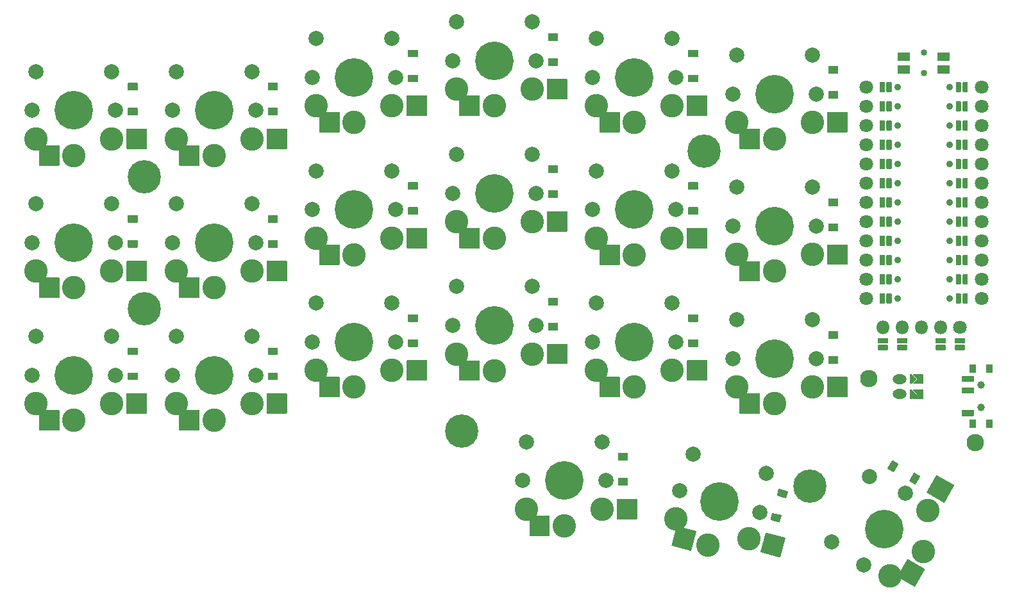
<source format=gts>
G04 #@! TF.GenerationSoftware,KiCad,Pcbnew,8.0.8+1*
G04 #@! TF.CreationDate,2025-07-09T04:58:13+00:00*
G04 #@! TF.ProjectId,corney_island_wireless,636f726e-6579-45f6-9973-6c616e645f77,0.2*
G04 #@! TF.SameCoordinates,Original*
G04 #@! TF.FileFunction,Soldermask,Top*
G04 #@! TF.FilePolarity,Negative*
%FSLAX46Y46*%
G04 Gerber Fmt 4.6, Leading zero omitted, Abs format (unit mm)*
G04 Created by KiCad (PCBNEW 8.0.8+1) date 2025-07-09 04:58:13*
%MOMM*%
%LPD*%
G01*
G04 APERTURE LIST*
%ADD10C,2.300000*%
%ADD11C,4.400000*%
%ADD12C,5.100000*%
%ADD13C,2.000000*%
%ADD14C,3.100000*%
%ADD15C,1.800000*%
%ADD16C,0.900000*%
%ADD17O,1.800000X1.800000*%
%ADD18C,1.000000*%
%ADD19C,0.850000*%
%ADD20O,1.850000X1.300000*%
G04 APERTURE END LIST*
D10*
X204927000Y-100438500D03*
X218969000Y-108882500D03*
D11*
X109250000Y-73750000D03*
X109250000Y-91250000D03*
X183218000Y-70423500D03*
X151157000Y-107365000D03*
X197157608Y-114631748D03*
D12*
X100000000Y-100000000D03*
D13*
X94500000Y-100000000D03*
X105500000Y-100000000D03*
X105000000Y-94850000D03*
D14*
X100000000Y-105950000D03*
X95000000Y-103750000D03*
D12*
X100000000Y-82500000D03*
D13*
X94500000Y-82500000D03*
X105500000Y-82500000D03*
X105000000Y-77350000D03*
D14*
X100000000Y-88450000D03*
X95000000Y-86250000D03*
D12*
X100000000Y-65000000D03*
D13*
X94500000Y-65000000D03*
X105500000Y-65000000D03*
X105000000Y-59850000D03*
D14*
X100000000Y-70950000D03*
X95000000Y-68750000D03*
D12*
X118500000Y-100000000D03*
D13*
X113000000Y-100000000D03*
X124000000Y-100000000D03*
X123500000Y-94850000D03*
D14*
X118500000Y-105950000D03*
X113500000Y-103750000D03*
D12*
X118500000Y-82500000D03*
D13*
X113000000Y-82500000D03*
X124000000Y-82500000D03*
X123500000Y-77350000D03*
D14*
X118500000Y-88450000D03*
X113500000Y-86250000D03*
D12*
X118500000Y-65000000D03*
D13*
X113000000Y-65000000D03*
X124000000Y-65000000D03*
X123500000Y-59850000D03*
D14*
X118500000Y-70950000D03*
X113500000Y-68750000D03*
D12*
X137000000Y-95625000D03*
D13*
X131500000Y-95625000D03*
X142500000Y-95625000D03*
X142000000Y-90475000D03*
D14*
X137000000Y-101575000D03*
X132000000Y-99375000D03*
D12*
X137000000Y-78125000D03*
D13*
X131500000Y-78125000D03*
X142500000Y-78125000D03*
X142000000Y-72975000D03*
D14*
X137000000Y-84075000D03*
X132000000Y-81875000D03*
D12*
X137000000Y-60625000D03*
D13*
X131500000Y-60625000D03*
X142500000Y-60625000D03*
X142000000Y-55475000D03*
D14*
X137000000Y-66575000D03*
X132000000Y-64375000D03*
D12*
X155500000Y-93437500D03*
D13*
X150000000Y-93437500D03*
X161000000Y-93437500D03*
X160500000Y-88287500D03*
D14*
X155500000Y-99387500D03*
X150500000Y-97187500D03*
D12*
X155500000Y-75937500D03*
D13*
X150000000Y-75937500D03*
X161000000Y-75937500D03*
X160500000Y-70787500D03*
D14*
X155500000Y-81887500D03*
X150500000Y-79687500D03*
D12*
X155500000Y-58437500D03*
D13*
X150000000Y-58437500D03*
X161000000Y-58437500D03*
X160500000Y-53287500D03*
D14*
X155500000Y-64387500D03*
X150500000Y-62187500D03*
D12*
X174000000Y-95625000D03*
D13*
X168500000Y-95625000D03*
X179500000Y-95625000D03*
X179000000Y-90475000D03*
D14*
X174000000Y-101575000D03*
X169000000Y-99375000D03*
D12*
X174000000Y-78125000D03*
D13*
X168500000Y-78125000D03*
X179500000Y-78125000D03*
X179000000Y-72975000D03*
D14*
X174000000Y-84075000D03*
X169000000Y-81875000D03*
D12*
X174000000Y-60625000D03*
D13*
X168500000Y-60625000D03*
X179500000Y-60625000D03*
X179000000Y-55475000D03*
D14*
X174000000Y-66575000D03*
X169000000Y-64375000D03*
D12*
X192500000Y-97812500D03*
D13*
X187000000Y-97812500D03*
X198000000Y-97812500D03*
X197500000Y-92662500D03*
D14*
X192500000Y-103762500D03*
X187500000Y-101562500D03*
D12*
X192500000Y-80312500D03*
D13*
X187000000Y-80312500D03*
X198000000Y-80312500D03*
X197500000Y-75162500D03*
D14*
X192500000Y-86262500D03*
X187500000Y-84062500D03*
D12*
X192500000Y-62812500D03*
D13*
X187000000Y-62812500D03*
X198000000Y-62812500D03*
X197500000Y-57662500D03*
D14*
X192500000Y-68762500D03*
X187500000Y-66562500D03*
D12*
X164750000Y-113937500D03*
D13*
X159250000Y-113937500D03*
X170250000Y-113937500D03*
X169750000Y-108787500D03*
D14*
X164750000Y-119887500D03*
X159750000Y-117687500D03*
D12*
X185250000Y-116687500D03*
D13*
X179937408Y-115263995D03*
X190562592Y-118111005D03*
X191412547Y-113007077D03*
D14*
X183710027Y-122434759D03*
X179449799Y-119015627D03*
D12*
X207013843Y-120322248D03*
D13*
X204263843Y-125085388D03*
X209763843Y-115559108D03*
X205053812Y-113417121D03*
D14*
X212166694Y-123297248D03*
X207761438Y-126527375D03*
D12*
X100000000Y-100000000D03*
D13*
X94500000Y-100000000D03*
X105500000Y-100000000D03*
X95000000Y-94850000D03*
D14*
X100000000Y-105950000D03*
X105000000Y-103750000D03*
G36*
G01*
X98075000Y-104650000D02*
X98075000Y-107250000D01*
G75*
G02*
X98025000Y-107300000I-50000J0D01*
G01*
X95425000Y-107300000D01*
G75*
G02*
X95375000Y-107250000I0J50000D01*
G01*
X95375000Y-104650000D01*
G75*
G02*
X95425000Y-104600000I50000J0D01*
G01*
X98025000Y-104600000D01*
G75*
G02*
X98075000Y-104650000I0J-50000D01*
G01*
G37*
G36*
G01*
X109625000Y-102450000D02*
X109625000Y-105050000D01*
G75*
G02*
X109575000Y-105100000I-50000J0D01*
G01*
X106975000Y-105100000D01*
G75*
G02*
X106925000Y-105050000I0J50000D01*
G01*
X106925000Y-102450000D01*
G75*
G02*
X106975000Y-102400000I50000J0D01*
G01*
X109575000Y-102400000D01*
G75*
G02*
X109625000Y-102450000I0J-50000D01*
G01*
G37*
D12*
X100000000Y-82500000D03*
D13*
X94500000Y-82500000D03*
X105500000Y-82500000D03*
X95000000Y-77350000D03*
D14*
X100000000Y-88450000D03*
X105000000Y-86250000D03*
G36*
G01*
X98075000Y-87150000D02*
X98075000Y-89750000D01*
G75*
G02*
X98025000Y-89800000I-50000J0D01*
G01*
X95425000Y-89800000D01*
G75*
G02*
X95375000Y-89750000I0J50000D01*
G01*
X95375000Y-87150000D01*
G75*
G02*
X95425000Y-87100000I50000J0D01*
G01*
X98025000Y-87100000D01*
G75*
G02*
X98075000Y-87150000I0J-50000D01*
G01*
G37*
G36*
G01*
X109625000Y-84950000D02*
X109625000Y-87550000D01*
G75*
G02*
X109575000Y-87600000I-50000J0D01*
G01*
X106975000Y-87600000D01*
G75*
G02*
X106925000Y-87550000I0J50000D01*
G01*
X106925000Y-84950000D01*
G75*
G02*
X106975000Y-84900000I50000J0D01*
G01*
X109575000Y-84900000D01*
G75*
G02*
X109625000Y-84950000I0J-50000D01*
G01*
G37*
D12*
X100000000Y-65000000D03*
D13*
X94500000Y-65000000D03*
X105500000Y-65000000D03*
X95000000Y-59850000D03*
D14*
X100000000Y-70950000D03*
X105000000Y-68750000D03*
G36*
G01*
X98075000Y-69650000D02*
X98075000Y-72250000D01*
G75*
G02*
X98025000Y-72300000I-50000J0D01*
G01*
X95425000Y-72300000D01*
G75*
G02*
X95375000Y-72250000I0J50000D01*
G01*
X95375000Y-69650000D01*
G75*
G02*
X95425000Y-69600000I50000J0D01*
G01*
X98025000Y-69600000D01*
G75*
G02*
X98075000Y-69650000I0J-50000D01*
G01*
G37*
G36*
G01*
X109625000Y-67450000D02*
X109625000Y-70050000D01*
G75*
G02*
X109575000Y-70100000I-50000J0D01*
G01*
X106975000Y-70100000D01*
G75*
G02*
X106925000Y-70050000I0J50000D01*
G01*
X106925000Y-67450000D01*
G75*
G02*
X106975000Y-67400000I50000J0D01*
G01*
X109575000Y-67400000D01*
G75*
G02*
X109625000Y-67450000I0J-50000D01*
G01*
G37*
D12*
X118500000Y-100000000D03*
D13*
X113000000Y-100000000D03*
X124000000Y-100000000D03*
X113500000Y-94850000D03*
D14*
X118500000Y-105950000D03*
X123500000Y-103750000D03*
G36*
G01*
X116575000Y-104650000D02*
X116575000Y-107250000D01*
G75*
G02*
X116525000Y-107300000I-50000J0D01*
G01*
X113925000Y-107300000D01*
G75*
G02*
X113875000Y-107250000I0J50000D01*
G01*
X113875000Y-104650000D01*
G75*
G02*
X113925000Y-104600000I50000J0D01*
G01*
X116525000Y-104600000D01*
G75*
G02*
X116575000Y-104650000I0J-50000D01*
G01*
G37*
G36*
G01*
X128125000Y-102450000D02*
X128125000Y-105050000D01*
G75*
G02*
X128075000Y-105100000I-50000J0D01*
G01*
X125475000Y-105100000D01*
G75*
G02*
X125425000Y-105050000I0J50000D01*
G01*
X125425000Y-102450000D01*
G75*
G02*
X125475000Y-102400000I50000J0D01*
G01*
X128075000Y-102400000D01*
G75*
G02*
X128125000Y-102450000I0J-50000D01*
G01*
G37*
D12*
X118500000Y-82500000D03*
D13*
X113000000Y-82500000D03*
X124000000Y-82500000D03*
X113500000Y-77350000D03*
D14*
X118500000Y-88450000D03*
X123500000Y-86250000D03*
G36*
G01*
X116575000Y-87150000D02*
X116575000Y-89750000D01*
G75*
G02*
X116525000Y-89800000I-50000J0D01*
G01*
X113925000Y-89800000D01*
G75*
G02*
X113875000Y-89750000I0J50000D01*
G01*
X113875000Y-87150000D01*
G75*
G02*
X113925000Y-87100000I50000J0D01*
G01*
X116525000Y-87100000D01*
G75*
G02*
X116575000Y-87150000I0J-50000D01*
G01*
G37*
G36*
G01*
X128125000Y-84950000D02*
X128125000Y-87550000D01*
G75*
G02*
X128075000Y-87600000I-50000J0D01*
G01*
X125475000Y-87600000D01*
G75*
G02*
X125425000Y-87550000I0J50000D01*
G01*
X125425000Y-84950000D01*
G75*
G02*
X125475000Y-84900000I50000J0D01*
G01*
X128075000Y-84900000D01*
G75*
G02*
X128125000Y-84950000I0J-50000D01*
G01*
G37*
D12*
X118500000Y-65000000D03*
D13*
X113000000Y-65000000D03*
X124000000Y-65000000D03*
X113500000Y-59850000D03*
D14*
X118500000Y-70950000D03*
X123500000Y-68750000D03*
G36*
G01*
X116575000Y-69650000D02*
X116575000Y-72250000D01*
G75*
G02*
X116525000Y-72300000I-50000J0D01*
G01*
X113925000Y-72300000D01*
G75*
G02*
X113875000Y-72250000I0J50000D01*
G01*
X113875000Y-69650000D01*
G75*
G02*
X113925000Y-69600000I50000J0D01*
G01*
X116525000Y-69600000D01*
G75*
G02*
X116575000Y-69650000I0J-50000D01*
G01*
G37*
G36*
G01*
X128125000Y-67450000D02*
X128125000Y-70050000D01*
G75*
G02*
X128075000Y-70100000I-50000J0D01*
G01*
X125475000Y-70100000D01*
G75*
G02*
X125425000Y-70050000I0J50000D01*
G01*
X125425000Y-67450000D01*
G75*
G02*
X125475000Y-67400000I50000J0D01*
G01*
X128075000Y-67400000D01*
G75*
G02*
X128125000Y-67450000I0J-50000D01*
G01*
G37*
D12*
X137000000Y-95625000D03*
D13*
X131500000Y-95625000D03*
X142500000Y-95625000D03*
X132000000Y-90475000D03*
D14*
X137000000Y-101575000D03*
X142000000Y-99375000D03*
G36*
G01*
X135075000Y-100275000D02*
X135075000Y-102875000D01*
G75*
G02*
X135025000Y-102925000I-50000J0D01*
G01*
X132425000Y-102925000D01*
G75*
G02*
X132375000Y-102875000I0J50000D01*
G01*
X132375000Y-100275000D01*
G75*
G02*
X132425000Y-100225000I50000J0D01*
G01*
X135025000Y-100225000D01*
G75*
G02*
X135075000Y-100275000I0J-50000D01*
G01*
G37*
G36*
G01*
X146625000Y-98075000D02*
X146625000Y-100675000D01*
G75*
G02*
X146575000Y-100725000I-50000J0D01*
G01*
X143975000Y-100725000D01*
G75*
G02*
X143925000Y-100675000I0J50000D01*
G01*
X143925000Y-98075000D01*
G75*
G02*
X143975000Y-98025000I50000J0D01*
G01*
X146575000Y-98025000D01*
G75*
G02*
X146625000Y-98075000I0J-50000D01*
G01*
G37*
D12*
X137000000Y-78125000D03*
D13*
X131500000Y-78125000D03*
X142500000Y-78125000D03*
X132000000Y-72975000D03*
D14*
X137000000Y-84075000D03*
X142000000Y-81875000D03*
G36*
G01*
X135075000Y-82775000D02*
X135075000Y-85375000D01*
G75*
G02*
X135025000Y-85425000I-50000J0D01*
G01*
X132425000Y-85425000D01*
G75*
G02*
X132375000Y-85375000I0J50000D01*
G01*
X132375000Y-82775000D01*
G75*
G02*
X132425000Y-82725000I50000J0D01*
G01*
X135025000Y-82725000D01*
G75*
G02*
X135075000Y-82775000I0J-50000D01*
G01*
G37*
G36*
G01*
X146625000Y-80575000D02*
X146625000Y-83175000D01*
G75*
G02*
X146575000Y-83225000I-50000J0D01*
G01*
X143975000Y-83225000D01*
G75*
G02*
X143925000Y-83175000I0J50000D01*
G01*
X143925000Y-80575000D01*
G75*
G02*
X143975000Y-80525000I50000J0D01*
G01*
X146575000Y-80525000D01*
G75*
G02*
X146625000Y-80575000I0J-50000D01*
G01*
G37*
D12*
X137000000Y-60625000D03*
D13*
X131500000Y-60625000D03*
X142500000Y-60625000D03*
X132000000Y-55475000D03*
D14*
X137000000Y-66575000D03*
X142000000Y-64375000D03*
G36*
G01*
X135075000Y-65275000D02*
X135075000Y-67875000D01*
G75*
G02*
X135025000Y-67925000I-50000J0D01*
G01*
X132425000Y-67925000D01*
G75*
G02*
X132375000Y-67875000I0J50000D01*
G01*
X132375000Y-65275000D01*
G75*
G02*
X132425000Y-65225000I50000J0D01*
G01*
X135025000Y-65225000D01*
G75*
G02*
X135075000Y-65275000I0J-50000D01*
G01*
G37*
G36*
G01*
X146625000Y-63075000D02*
X146625000Y-65675000D01*
G75*
G02*
X146575000Y-65725000I-50000J0D01*
G01*
X143975000Y-65725000D01*
G75*
G02*
X143925000Y-65675000I0J50000D01*
G01*
X143925000Y-63075000D01*
G75*
G02*
X143975000Y-63025000I50000J0D01*
G01*
X146575000Y-63025000D01*
G75*
G02*
X146625000Y-63075000I0J-50000D01*
G01*
G37*
D12*
X155500000Y-93437500D03*
D13*
X150000000Y-93437500D03*
X161000000Y-93437500D03*
X150500000Y-88287500D03*
D14*
X155500000Y-99387500D03*
X160500000Y-97187500D03*
G36*
G01*
X153575000Y-98087500D02*
X153575000Y-100687500D01*
G75*
G02*
X153525000Y-100737500I-50000J0D01*
G01*
X150925000Y-100737500D01*
G75*
G02*
X150875000Y-100687500I0J50000D01*
G01*
X150875000Y-98087500D01*
G75*
G02*
X150925000Y-98037500I50000J0D01*
G01*
X153525000Y-98037500D01*
G75*
G02*
X153575000Y-98087500I0J-50000D01*
G01*
G37*
G36*
G01*
X165125000Y-95887500D02*
X165125000Y-98487500D01*
G75*
G02*
X165075000Y-98537500I-50000J0D01*
G01*
X162475000Y-98537500D01*
G75*
G02*
X162425000Y-98487500I0J50000D01*
G01*
X162425000Y-95887500D01*
G75*
G02*
X162475000Y-95837500I50000J0D01*
G01*
X165075000Y-95837500D01*
G75*
G02*
X165125000Y-95887500I0J-50000D01*
G01*
G37*
D12*
X155500000Y-75937500D03*
D13*
X150000000Y-75937500D03*
X161000000Y-75937500D03*
X150500000Y-70787500D03*
D14*
X155500000Y-81887500D03*
X160500000Y-79687500D03*
G36*
G01*
X153575000Y-80587500D02*
X153575000Y-83187500D01*
G75*
G02*
X153525000Y-83237500I-50000J0D01*
G01*
X150925000Y-83237500D01*
G75*
G02*
X150875000Y-83187500I0J50000D01*
G01*
X150875000Y-80587500D01*
G75*
G02*
X150925000Y-80537500I50000J0D01*
G01*
X153525000Y-80537500D01*
G75*
G02*
X153575000Y-80587500I0J-50000D01*
G01*
G37*
G36*
G01*
X165125000Y-78387500D02*
X165125000Y-80987500D01*
G75*
G02*
X165075000Y-81037500I-50000J0D01*
G01*
X162475000Y-81037500D01*
G75*
G02*
X162425000Y-80987500I0J50000D01*
G01*
X162425000Y-78387500D01*
G75*
G02*
X162475000Y-78337500I50000J0D01*
G01*
X165075000Y-78337500D01*
G75*
G02*
X165125000Y-78387500I0J-50000D01*
G01*
G37*
D12*
X155500000Y-58437500D03*
D13*
X150000000Y-58437500D03*
X161000000Y-58437500D03*
X150500000Y-53287500D03*
D14*
X155500000Y-64387500D03*
X160500000Y-62187500D03*
G36*
G01*
X153575000Y-63087500D02*
X153575000Y-65687500D01*
G75*
G02*
X153525000Y-65737500I-50000J0D01*
G01*
X150925000Y-65737500D01*
G75*
G02*
X150875000Y-65687500I0J50000D01*
G01*
X150875000Y-63087500D01*
G75*
G02*
X150925000Y-63037500I50000J0D01*
G01*
X153525000Y-63037500D01*
G75*
G02*
X153575000Y-63087500I0J-50000D01*
G01*
G37*
G36*
G01*
X165125000Y-60887500D02*
X165125000Y-63487500D01*
G75*
G02*
X165075000Y-63537500I-50000J0D01*
G01*
X162475000Y-63537500D01*
G75*
G02*
X162425000Y-63487500I0J50000D01*
G01*
X162425000Y-60887500D01*
G75*
G02*
X162475000Y-60837500I50000J0D01*
G01*
X165075000Y-60837500D01*
G75*
G02*
X165125000Y-60887500I0J-50000D01*
G01*
G37*
D12*
X174000000Y-95625000D03*
D13*
X168500000Y-95625000D03*
X179500000Y-95625000D03*
X169000000Y-90475000D03*
D14*
X174000000Y-101575000D03*
X179000000Y-99375000D03*
G36*
G01*
X172075000Y-100275000D02*
X172075000Y-102875000D01*
G75*
G02*
X172025000Y-102925000I-50000J0D01*
G01*
X169425000Y-102925000D01*
G75*
G02*
X169375000Y-102875000I0J50000D01*
G01*
X169375000Y-100275000D01*
G75*
G02*
X169425000Y-100225000I50000J0D01*
G01*
X172025000Y-100225000D01*
G75*
G02*
X172075000Y-100275000I0J-50000D01*
G01*
G37*
G36*
G01*
X183625000Y-98075000D02*
X183625000Y-100675000D01*
G75*
G02*
X183575000Y-100725000I-50000J0D01*
G01*
X180975000Y-100725000D01*
G75*
G02*
X180925000Y-100675000I0J50000D01*
G01*
X180925000Y-98075000D01*
G75*
G02*
X180975000Y-98025000I50000J0D01*
G01*
X183575000Y-98025000D01*
G75*
G02*
X183625000Y-98075000I0J-50000D01*
G01*
G37*
D12*
X174000000Y-78125000D03*
D13*
X168500000Y-78125000D03*
X179500000Y-78125000D03*
X169000000Y-72975000D03*
D14*
X174000000Y-84075000D03*
X179000000Y-81875000D03*
G36*
G01*
X172075000Y-82775000D02*
X172075000Y-85375000D01*
G75*
G02*
X172025000Y-85425000I-50000J0D01*
G01*
X169425000Y-85425000D01*
G75*
G02*
X169375000Y-85375000I0J50000D01*
G01*
X169375000Y-82775000D01*
G75*
G02*
X169425000Y-82725000I50000J0D01*
G01*
X172025000Y-82725000D01*
G75*
G02*
X172075000Y-82775000I0J-50000D01*
G01*
G37*
G36*
G01*
X183625000Y-80575000D02*
X183625000Y-83175000D01*
G75*
G02*
X183575000Y-83225000I-50000J0D01*
G01*
X180975000Y-83225000D01*
G75*
G02*
X180925000Y-83175000I0J50000D01*
G01*
X180925000Y-80575000D01*
G75*
G02*
X180975000Y-80525000I50000J0D01*
G01*
X183575000Y-80525000D01*
G75*
G02*
X183625000Y-80575000I0J-50000D01*
G01*
G37*
D12*
X174000000Y-60625000D03*
D13*
X168500000Y-60625000D03*
X179500000Y-60625000D03*
X169000000Y-55475000D03*
D14*
X174000000Y-66575000D03*
X179000000Y-64375000D03*
G36*
G01*
X172075000Y-65275000D02*
X172075000Y-67875000D01*
G75*
G02*
X172025000Y-67925000I-50000J0D01*
G01*
X169425000Y-67925000D01*
G75*
G02*
X169375000Y-67875000I0J50000D01*
G01*
X169375000Y-65275000D01*
G75*
G02*
X169425000Y-65225000I50000J0D01*
G01*
X172025000Y-65225000D01*
G75*
G02*
X172075000Y-65275000I0J-50000D01*
G01*
G37*
G36*
G01*
X183625000Y-63075000D02*
X183625000Y-65675000D01*
G75*
G02*
X183575000Y-65725000I-50000J0D01*
G01*
X180975000Y-65725000D01*
G75*
G02*
X180925000Y-65675000I0J50000D01*
G01*
X180925000Y-63075000D01*
G75*
G02*
X180975000Y-63025000I50000J0D01*
G01*
X183575000Y-63025000D01*
G75*
G02*
X183625000Y-63075000I0J-50000D01*
G01*
G37*
D12*
X192500000Y-97812500D03*
D13*
X187000000Y-97812500D03*
X198000000Y-97812500D03*
X187500000Y-92662500D03*
D14*
X192500000Y-103762500D03*
X197500000Y-101562500D03*
G36*
G01*
X190575000Y-102462500D02*
X190575000Y-105062500D01*
G75*
G02*
X190525000Y-105112500I-50000J0D01*
G01*
X187925000Y-105112500D01*
G75*
G02*
X187875000Y-105062500I0J50000D01*
G01*
X187875000Y-102462500D01*
G75*
G02*
X187925000Y-102412500I50000J0D01*
G01*
X190525000Y-102412500D01*
G75*
G02*
X190575000Y-102462500I0J-50000D01*
G01*
G37*
G36*
G01*
X202125000Y-100262500D02*
X202125000Y-102862500D01*
G75*
G02*
X202075000Y-102912500I-50000J0D01*
G01*
X199475000Y-102912500D01*
G75*
G02*
X199425000Y-102862500I0J50000D01*
G01*
X199425000Y-100262500D01*
G75*
G02*
X199475000Y-100212500I50000J0D01*
G01*
X202075000Y-100212500D01*
G75*
G02*
X202125000Y-100262500I0J-50000D01*
G01*
G37*
D12*
X192500000Y-80312500D03*
D13*
X187000000Y-80312500D03*
X198000000Y-80312500D03*
X187500000Y-75162500D03*
D14*
X192500000Y-86262500D03*
X197500000Y-84062500D03*
G36*
G01*
X190575000Y-84962500D02*
X190575000Y-87562500D01*
G75*
G02*
X190525000Y-87612500I-50000J0D01*
G01*
X187925000Y-87612500D01*
G75*
G02*
X187875000Y-87562500I0J50000D01*
G01*
X187875000Y-84962500D01*
G75*
G02*
X187925000Y-84912500I50000J0D01*
G01*
X190525000Y-84912500D01*
G75*
G02*
X190575000Y-84962500I0J-50000D01*
G01*
G37*
G36*
G01*
X202125000Y-82762500D02*
X202125000Y-85362500D01*
G75*
G02*
X202075000Y-85412500I-50000J0D01*
G01*
X199475000Y-85412500D01*
G75*
G02*
X199425000Y-85362500I0J50000D01*
G01*
X199425000Y-82762500D01*
G75*
G02*
X199475000Y-82712500I50000J0D01*
G01*
X202075000Y-82712500D01*
G75*
G02*
X202125000Y-82762500I0J-50000D01*
G01*
G37*
D12*
X192500000Y-62812500D03*
D13*
X187000000Y-62812500D03*
X198000000Y-62812500D03*
X187500000Y-57662500D03*
D14*
X192500000Y-68762500D03*
X197500000Y-66562500D03*
G36*
G01*
X190575000Y-67462500D02*
X190575000Y-70062500D01*
G75*
G02*
X190525000Y-70112500I-50000J0D01*
G01*
X187925000Y-70112500D01*
G75*
G02*
X187875000Y-70062500I0J50000D01*
G01*
X187875000Y-67462500D01*
G75*
G02*
X187925000Y-67412500I50000J0D01*
G01*
X190525000Y-67412500D01*
G75*
G02*
X190575000Y-67462500I0J-50000D01*
G01*
G37*
G36*
G01*
X202125000Y-65262500D02*
X202125000Y-67862500D01*
G75*
G02*
X202075000Y-67912500I-50000J0D01*
G01*
X199475000Y-67912500D01*
G75*
G02*
X199425000Y-67862500I0J50000D01*
G01*
X199425000Y-65262500D01*
G75*
G02*
X199475000Y-65212500I50000J0D01*
G01*
X202075000Y-65212500D01*
G75*
G02*
X202125000Y-65262500I0J-50000D01*
G01*
G37*
D12*
X164750000Y-113937500D03*
D13*
X159250000Y-113937500D03*
X170250000Y-113937500D03*
X159750000Y-108787500D03*
D14*
X164750000Y-119887500D03*
X169750000Y-117687500D03*
G36*
G01*
X162825000Y-118587500D02*
X162825000Y-121187500D01*
G75*
G02*
X162775000Y-121237500I-50000J0D01*
G01*
X160175000Y-121237500D01*
G75*
G02*
X160125000Y-121187500I0J50000D01*
G01*
X160125000Y-118587500D01*
G75*
G02*
X160175000Y-118537500I50000J0D01*
G01*
X162775000Y-118537500D01*
G75*
G02*
X162825000Y-118587500I0J-50000D01*
G01*
G37*
G36*
G01*
X174375000Y-116387500D02*
X174375000Y-118987500D01*
G75*
G02*
X174325000Y-119037500I-50000J0D01*
G01*
X171725000Y-119037500D01*
G75*
G02*
X171675000Y-118987500I0J50000D01*
G01*
X171675000Y-116387500D01*
G75*
G02*
X171725000Y-116337500I50000J0D01*
G01*
X174325000Y-116337500D01*
G75*
G02*
X174375000Y-116387500I0J-50000D01*
G01*
G37*
D12*
X185250000Y-116687500D03*
D13*
X179937408Y-115263995D03*
X190562592Y-118111005D03*
X181753289Y-110418887D03*
D14*
X183710027Y-122434759D03*
X189109058Y-121603817D03*
G36*
G01*
X182187084Y-120680828D02*
X181514155Y-123192235D01*
G75*
G02*
X181452918Y-123227590I-48296J12941D01*
G01*
X178941511Y-122554661D01*
G75*
G02*
X178906156Y-122493424I12941J48296D01*
G01*
X179579085Y-119982017D01*
G75*
G02*
X179640322Y-119946662I48296J-12941D01*
G01*
X182151729Y-120619591D01*
G75*
G02*
X182187084Y-120680828I-12941J-48296D01*
G01*
G37*
G36*
G01*
X193912929Y-121545151D02*
X193240000Y-124056558D01*
G75*
G02*
X193178763Y-124091913I-48296J12941D01*
G01*
X190667356Y-123418984D01*
G75*
G02*
X190632001Y-123357747I12941J48296D01*
G01*
X191304930Y-120846340D01*
G75*
G02*
X191366167Y-120810985I48296J-12941D01*
G01*
X193877574Y-121483914D01*
G75*
G02*
X193912929Y-121545151I-12941J-48296D01*
G01*
G37*
D12*
X207013843Y-120322248D03*
D13*
X204263843Y-125085388D03*
X209763843Y-115559108D03*
X200053812Y-122077375D03*
D14*
X212166694Y-123297248D03*
X212761438Y-117867121D03*
G36*
G01*
X210078361Y-124314347D02*
X212330027Y-125614347D01*
G75*
G02*
X212348328Y-125682648I-25000J-43301D01*
G01*
X211048328Y-127934314D01*
G75*
G02*
X210980027Y-127952615I-43301J25000D01*
G01*
X208728361Y-126652615D01*
G75*
G02*
X208710060Y-126584314I25000J43301D01*
G01*
X210010060Y-124332648D01*
G75*
G02*
X210078361Y-124314347I43301J-25000D01*
G01*
G37*
G36*
G01*
X213948105Y-113211754D02*
X216199771Y-114511754D01*
G75*
G02*
X216218072Y-114580055I-25000J-43301D01*
G01*
X214918072Y-116831721D01*
G75*
G02*
X214849771Y-116850022I-43301J25000D01*
G01*
X212598105Y-115550022D01*
G75*
G02*
X212579804Y-115481721I25000J43301D01*
G01*
X213879804Y-113230055D01*
G75*
G02*
X213948105Y-113211754I43301J-25000D01*
G01*
G37*
G36*
G01*
X107150000Y-96350000D02*
X108350000Y-96350000D01*
G75*
G02*
X108400000Y-96400000I0J-50000D01*
G01*
X108400000Y-97300000D01*
G75*
G02*
X108350000Y-97350000I-50000J0D01*
G01*
X107150000Y-97350000D01*
G75*
G02*
X107100000Y-97300000I0J50000D01*
G01*
X107100000Y-96400000D01*
G75*
G02*
X107150000Y-96350000I50000J0D01*
G01*
G37*
G36*
G01*
X107150000Y-99650000D02*
X108350000Y-99650000D01*
G75*
G02*
X108400000Y-99700000I0J-50000D01*
G01*
X108400000Y-100600000D01*
G75*
G02*
X108350000Y-100650000I-50000J0D01*
G01*
X107150000Y-100650000D01*
G75*
G02*
X107100000Y-100600000I0J50000D01*
G01*
X107100000Y-99700000D01*
G75*
G02*
X107150000Y-99650000I50000J0D01*
G01*
G37*
G36*
G01*
X107150000Y-78850000D02*
X108350000Y-78850000D01*
G75*
G02*
X108400000Y-78900000I0J-50000D01*
G01*
X108400000Y-79800000D01*
G75*
G02*
X108350000Y-79850000I-50000J0D01*
G01*
X107150000Y-79850000D01*
G75*
G02*
X107100000Y-79800000I0J50000D01*
G01*
X107100000Y-78900000D01*
G75*
G02*
X107150000Y-78850000I50000J0D01*
G01*
G37*
G36*
G01*
X107150000Y-82150000D02*
X108350000Y-82150000D01*
G75*
G02*
X108400000Y-82200000I0J-50000D01*
G01*
X108400000Y-83100000D01*
G75*
G02*
X108350000Y-83150000I-50000J0D01*
G01*
X107150000Y-83150000D01*
G75*
G02*
X107100000Y-83100000I0J50000D01*
G01*
X107100000Y-82200000D01*
G75*
G02*
X107150000Y-82150000I50000J0D01*
G01*
G37*
G36*
G01*
X107150000Y-61350000D02*
X108350000Y-61350000D01*
G75*
G02*
X108400000Y-61400000I0J-50000D01*
G01*
X108400000Y-62300000D01*
G75*
G02*
X108350000Y-62350000I-50000J0D01*
G01*
X107150000Y-62350000D01*
G75*
G02*
X107100000Y-62300000I0J50000D01*
G01*
X107100000Y-61400000D01*
G75*
G02*
X107150000Y-61350000I50000J0D01*
G01*
G37*
G36*
G01*
X107150000Y-64650000D02*
X108350000Y-64650000D01*
G75*
G02*
X108400000Y-64700000I0J-50000D01*
G01*
X108400000Y-65600000D01*
G75*
G02*
X108350000Y-65650000I-50000J0D01*
G01*
X107150000Y-65650000D01*
G75*
G02*
X107100000Y-65600000I0J50000D01*
G01*
X107100000Y-64700000D01*
G75*
G02*
X107150000Y-64650000I50000J0D01*
G01*
G37*
G36*
G01*
X125650000Y-96350000D02*
X126850000Y-96350000D01*
G75*
G02*
X126900000Y-96400000I0J-50000D01*
G01*
X126900000Y-97300000D01*
G75*
G02*
X126850000Y-97350000I-50000J0D01*
G01*
X125650000Y-97350000D01*
G75*
G02*
X125600000Y-97300000I0J50000D01*
G01*
X125600000Y-96400000D01*
G75*
G02*
X125650000Y-96350000I50000J0D01*
G01*
G37*
G36*
G01*
X125650000Y-99650000D02*
X126850000Y-99650000D01*
G75*
G02*
X126900000Y-99700000I0J-50000D01*
G01*
X126900000Y-100600000D01*
G75*
G02*
X126850000Y-100650000I-50000J0D01*
G01*
X125650000Y-100650000D01*
G75*
G02*
X125600000Y-100600000I0J50000D01*
G01*
X125600000Y-99700000D01*
G75*
G02*
X125650000Y-99650000I50000J0D01*
G01*
G37*
G36*
G01*
X125650000Y-78850000D02*
X126850000Y-78850000D01*
G75*
G02*
X126900000Y-78900000I0J-50000D01*
G01*
X126900000Y-79800000D01*
G75*
G02*
X126850000Y-79850000I-50000J0D01*
G01*
X125650000Y-79850000D01*
G75*
G02*
X125600000Y-79800000I0J50000D01*
G01*
X125600000Y-78900000D01*
G75*
G02*
X125650000Y-78850000I50000J0D01*
G01*
G37*
G36*
G01*
X125650000Y-82150000D02*
X126850000Y-82150000D01*
G75*
G02*
X126900000Y-82200000I0J-50000D01*
G01*
X126900000Y-83100000D01*
G75*
G02*
X126850000Y-83150000I-50000J0D01*
G01*
X125650000Y-83150000D01*
G75*
G02*
X125600000Y-83100000I0J50000D01*
G01*
X125600000Y-82200000D01*
G75*
G02*
X125650000Y-82150000I50000J0D01*
G01*
G37*
G36*
G01*
X125650000Y-61350000D02*
X126850000Y-61350000D01*
G75*
G02*
X126900000Y-61400000I0J-50000D01*
G01*
X126900000Y-62300000D01*
G75*
G02*
X126850000Y-62350000I-50000J0D01*
G01*
X125650000Y-62350000D01*
G75*
G02*
X125600000Y-62300000I0J50000D01*
G01*
X125600000Y-61400000D01*
G75*
G02*
X125650000Y-61350000I50000J0D01*
G01*
G37*
G36*
G01*
X125650000Y-64650000D02*
X126850000Y-64650000D01*
G75*
G02*
X126900000Y-64700000I0J-50000D01*
G01*
X126900000Y-65600000D01*
G75*
G02*
X126850000Y-65650000I-50000J0D01*
G01*
X125650000Y-65650000D01*
G75*
G02*
X125600000Y-65600000I0J50000D01*
G01*
X125600000Y-64700000D01*
G75*
G02*
X125650000Y-64650000I50000J0D01*
G01*
G37*
G36*
G01*
X144150000Y-91975000D02*
X145350000Y-91975000D01*
G75*
G02*
X145400000Y-92025000I0J-50000D01*
G01*
X145400000Y-92925000D01*
G75*
G02*
X145350000Y-92975000I-50000J0D01*
G01*
X144150000Y-92975000D01*
G75*
G02*
X144100000Y-92925000I0J50000D01*
G01*
X144100000Y-92025000D01*
G75*
G02*
X144150000Y-91975000I50000J0D01*
G01*
G37*
G36*
G01*
X144150000Y-95275000D02*
X145350000Y-95275000D01*
G75*
G02*
X145400000Y-95325000I0J-50000D01*
G01*
X145400000Y-96225000D01*
G75*
G02*
X145350000Y-96275000I-50000J0D01*
G01*
X144150000Y-96275000D01*
G75*
G02*
X144100000Y-96225000I0J50000D01*
G01*
X144100000Y-95325000D01*
G75*
G02*
X144150000Y-95275000I50000J0D01*
G01*
G37*
G36*
G01*
X144150000Y-74475000D02*
X145350000Y-74475000D01*
G75*
G02*
X145400000Y-74525000I0J-50000D01*
G01*
X145400000Y-75425000D01*
G75*
G02*
X145350000Y-75475000I-50000J0D01*
G01*
X144150000Y-75475000D01*
G75*
G02*
X144100000Y-75425000I0J50000D01*
G01*
X144100000Y-74525000D01*
G75*
G02*
X144150000Y-74475000I50000J0D01*
G01*
G37*
G36*
G01*
X144150000Y-77775000D02*
X145350000Y-77775000D01*
G75*
G02*
X145400000Y-77825000I0J-50000D01*
G01*
X145400000Y-78725000D01*
G75*
G02*
X145350000Y-78775000I-50000J0D01*
G01*
X144150000Y-78775000D01*
G75*
G02*
X144100000Y-78725000I0J50000D01*
G01*
X144100000Y-77825000D01*
G75*
G02*
X144150000Y-77775000I50000J0D01*
G01*
G37*
G36*
G01*
X144150000Y-56975000D02*
X145350000Y-56975000D01*
G75*
G02*
X145400000Y-57025000I0J-50000D01*
G01*
X145400000Y-57925000D01*
G75*
G02*
X145350000Y-57975000I-50000J0D01*
G01*
X144150000Y-57975000D01*
G75*
G02*
X144100000Y-57925000I0J50000D01*
G01*
X144100000Y-57025000D01*
G75*
G02*
X144150000Y-56975000I50000J0D01*
G01*
G37*
G36*
G01*
X144150000Y-60275000D02*
X145350000Y-60275000D01*
G75*
G02*
X145400000Y-60325000I0J-50000D01*
G01*
X145400000Y-61225000D01*
G75*
G02*
X145350000Y-61275000I-50000J0D01*
G01*
X144150000Y-61275000D01*
G75*
G02*
X144100000Y-61225000I0J50000D01*
G01*
X144100000Y-60325000D01*
G75*
G02*
X144150000Y-60275000I50000J0D01*
G01*
G37*
G36*
G01*
X162650000Y-89787500D02*
X163850000Y-89787500D01*
G75*
G02*
X163900000Y-89837500I0J-50000D01*
G01*
X163900000Y-90737500D01*
G75*
G02*
X163850000Y-90787500I-50000J0D01*
G01*
X162650000Y-90787500D01*
G75*
G02*
X162600000Y-90737500I0J50000D01*
G01*
X162600000Y-89837500D01*
G75*
G02*
X162650000Y-89787500I50000J0D01*
G01*
G37*
G36*
G01*
X162650000Y-93087500D02*
X163850000Y-93087500D01*
G75*
G02*
X163900000Y-93137500I0J-50000D01*
G01*
X163900000Y-94037500D01*
G75*
G02*
X163850000Y-94087500I-50000J0D01*
G01*
X162650000Y-94087500D01*
G75*
G02*
X162600000Y-94037500I0J50000D01*
G01*
X162600000Y-93137500D01*
G75*
G02*
X162650000Y-93087500I50000J0D01*
G01*
G37*
G36*
G01*
X162650000Y-72287500D02*
X163850000Y-72287500D01*
G75*
G02*
X163900000Y-72337500I0J-50000D01*
G01*
X163900000Y-73237500D01*
G75*
G02*
X163850000Y-73287500I-50000J0D01*
G01*
X162650000Y-73287500D01*
G75*
G02*
X162600000Y-73237500I0J50000D01*
G01*
X162600000Y-72337500D01*
G75*
G02*
X162650000Y-72287500I50000J0D01*
G01*
G37*
G36*
G01*
X162650000Y-75587500D02*
X163850000Y-75587500D01*
G75*
G02*
X163900000Y-75637500I0J-50000D01*
G01*
X163900000Y-76537500D01*
G75*
G02*
X163850000Y-76587500I-50000J0D01*
G01*
X162650000Y-76587500D01*
G75*
G02*
X162600000Y-76537500I0J50000D01*
G01*
X162600000Y-75637500D01*
G75*
G02*
X162650000Y-75587500I50000J0D01*
G01*
G37*
G36*
G01*
X162650000Y-54787500D02*
X163850000Y-54787500D01*
G75*
G02*
X163900000Y-54837500I0J-50000D01*
G01*
X163900000Y-55737500D01*
G75*
G02*
X163850000Y-55787500I-50000J0D01*
G01*
X162650000Y-55787500D01*
G75*
G02*
X162600000Y-55737500I0J50000D01*
G01*
X162600000Y-54837500D01*
G75*
G02*
X162650000Y-54787500I50000J0D01*
G01*
G37*
G36*
G01*
X162650000Y-58087500D02*
X163850000Y-58087500D01*
G75*
G02*
X163900000Y-58137500I0J-50000D01*
G01*
X163900000Y-59037500D01*
G75*
G02*
X163850000Y-59087500I-50000J0D01*
G01*
X162650000Y-59087500D01*
G75*
G02*
X162600000Y-59037500I0J50000D01*
G01*
X162600000Y-58137500D01*
G75*
G02*
X162650000Y-58087500I50000J0D01*
G01*
G37*
G36*
G01*
X181150000Y-91975000D02*
X182350000Y-91975000D01*
G75*
G02*
X182400000Y-92025000I0J-50000D01*
G01*
X182400000Y-92925000D01*
G75*
G02*
X182350000Y-92975000I-50000J0D01*
G01*
X181150000Y-92975000D01*
G75*
G02*
X181100000Y-92925000I0J50000D01*
G01*
X181100000Y-92025000D01*
G75*
G02*
X181150000Y-91975000I50000J0D01*
G01*
G37*
G36*
G01*
X181150000Y-95275000D02*
X182350000Y-95275000D01*
G75*
G02*
X182400000Y-95325000I0J-50000D01*
G01*
X182400000Y-96225000D01*
G75*
G02*
X182350000Y-96275000I-50000J0D01*
G01*
X181150000Y-96275000D01*
G75*
G02*
X181100000Y-96225000I0J50000D01*
G01*
X181100000Y-95325000D01*
G75*
G02*
X181150000Y-95275000I50000J0D01*
G01*
G37*
G36*
G01*
X181150000Y-74475000D02*
X182350000Y-74475000D01*
G75*
G02*
X182400000Y-74525000I0J-50000D01*
G01*
X182400000Y-75425000D01*
G75*
G02*
X182350000Y-75475000I-50000J0D01*
G01*
X181150000Y-75475000D01*
G75*
G02*
X181100000Y-75425000I0J50000D01*
G01*
X181100000Y-74525000D01*
G75*
G02*
X181150000Y-74475000I50000J0D01*
G01*
G37*
G36*
G01*
X181150000Y-77775000D02*
X182350000Y-77775000D01*
G75*
G02*
X182400000Y-77825000I0J-50000D01*
G01*
X182400000Y-78725000D01*
G75*
G02*
X182350000Y-78775000I-50000J0D01*
G01*
X181150000Y-78775000D01*
G75*
G02*
X181100000Y-78725000I0J50000D01*
G01*
X181100000Y-77825000D01*
G75*
G02*
X181150000Y-77775000I50000J0D01*
G01*
G37*
G36*
G01*
X181150000Y-56975000D02*
X182350000Y-56975000D01*
G75*
G02*
X182400000Y-57025000I0J-50000D01*
G01*
X182400000Y-57925000D01*
G75*
G02*
X182350000Y-57975000I-50000J0D01*
G01*
X181150000Y-57975000D01*
G75*
G02*
X181100000Y-57925000I0J50000D01*
G01*
X181100000Y-57025000D01*
G75*
G02*
X181150000Y-56975000I50000J0D01*
G01*
G37*
G36*
G01*
X181150000Y-60275000D02*
X182350000Y-60275000D01*
G75*
G02*
X182400000Y-60325000I0J-50000D01*
G01*
X182400000Y-61225000D01*
G75*
G02*
X182350000Y-61275000I-50000J0D01*
G01*
X181150000Y-61275000D01*
G75*
G02*
X181100000Y-61225000I0J50000D01*
G01*
X181100000Y-60325000D01*
G75*
G02*
X181150000Y-60275000I50000J0D01*
G01*
G37*
G36*
G01*
X199650000Y-94162500D02*
X200850000Y-94162500D01*
G75*
G02*
X200900000Y-94212500I0J-50000D01*
G01*
X200900000Y-95112500D01*
G75*
G02*
X200850000Y-95162500I-50000J0D01*
G01*
X199650000Y-95162500D01*
G75*
G02*
X199600000Y-95112500I0J50000D01*
G01*
X199600000Y-94212500D01*
G75*
G02*
X199650000Y-94162500I50000J0D01*
G01*
G37*
G36*
G01*
X199650000Y-97462500D02*
X200850000Y-97462500D01*
G75*
G02*
X200900000Y-97512500I0J-50000D01*
G01*
X200900000Y-98412500D01*
G75*
G02*
X200850000Y-98462500I-50000J0D01*
G01*
X199650000Y-98462500D01*
G75*
G02*
X199600000Y-98412500I0J50000D01*
G01*
X199600000Y-97512500D01*
G75*
G02*
X199650000Y-97462500I50000J0D01*
G01*
G37*
G36*
G01*
X199650000Y-76662500D02*
X200850000Y-76662500D01*
G75*
G02*
X200900000Y-76712500I0J-50000D01*
G01*
X200900000Y-77612500D01*
G75*
G02*
X200850000Y-77662500I-50000J0D01*
G01*
X199650000Y-77662500D01*
G75*
G02*
X199600000Y-77612500I0J50000D01*
G01*
X199600000Y-76712500D01*
G75*
G02*
X199650000Y-76662500I50000J0D01*
G01*
G37*
G36*
G01*
X199650000Y-79962500D02*
X200850000Y-79962500D01*
G75*
G02*
X200900000Y-80012500I0J-50000D01*
G01*
X200900000Y-80912500D01*
G75*
G02*
X200850000Y-80962500I-50000J0D01*
G01*
X199650000Y-80962500D01*
G75*
G02*
X199600000Y-80912500I0J50000D01*
G01*
X199600000Y-80012500D01*
G75*
G02*
X199650000Y-79962500I50000J0D01*
G01*
G37*
G36*
G01*
X199650000Y-59162500D02*
X200850000Y-59162500D01*
G75*
G02*
X200900000Y-59212500I0J-50000D01*
G01*
X200900000Y-60112500D01*
G75*
G02*
X200850000Y-60162500I-50000J0D01*
G01*
X199650000Y-60162500D01*
G75*
G02*
X199600000Y-60112500I0J50000D01*
G01*
X199600000Y-59212500D01*
G75*
G02*
X199650000Y-59162500I50000J0D01*
G01*
G37*
G36*
G01*
X199650000Y-62462500D02*
X200850000Y-62462500D01*
G75*
G02*
X200900000Y-62512500I0J-50000D01*
G01*
X200900000Y-63412500D01*
G75*
G02*
X200850000Y-63462500I-50000J0D01*
G01*
X199650000Y-63462500D01*
G75*
G02*
X199600000Y-63412500I0J50000D01*
G01*
X199600000Y-62512500D01*
G75*
G02*
X199650000Y-62462500I50000J0D01*
G01*
G37*
G36*
G01*
X171900000Y-110287500D02*
X173100000Y-110287500D01*
G75*
G02*
X173150000Y-110337500I0J-50000D01*
G01*
X173150000Y-111237500D01*
G75*
G02*
X173100000Y-111287500I-50000J0D01*
G01*
X171900000Y-111287500D01*
G75*
G02*
X171850000Y-111237500I0J50000D01*
G01*
X171850000Y-110337500D01*
G75*
G02*
X171900000Y-110287500I50000J0D01*
G01*
G37*
G36*
G01*
X171900000Y-113587500D02*
X173100000Y-113587500D01*
G75*
G02*
X173150000Y-113637500I0J-50000D01*
G01*
X173150000Y-114537500D01*
G75*
G02*
X173100000Y-114587500I-50000J0D01*
G01*
X171900000Y-114587500D01*
G75*
G02*
X171850000Y-114537500I0J50000D01*
G01*
X171850000Y-113637500D01*
G75*
G02*
X171900000Y-113587500I50000J0D01*
G01*
G37*
G36*
G01*
X193101059Y-115012427D02*
X194260170Y-115323010D01*
G75*
G02*
X194295525Y-115384247I-12941J-48296D01*
G01*
X194062588Y-116253580D01*
G75*
G02*
X194001351Y-116288935I-48296J12941D01*
G01*
X192842240Y-115978352D01*
G75*
G02*
X192806885Y-115917115I12941J48296D01*
G01*
X193039822Y-115047782D01*
G75*
G02*
X193101059Y-115012427I48296J-12941D01*
G01*
G37*
G36*
G01*
X192246957Y-118199983D02*
X193406068Y-118510566D01*
G75*
G02*
X193441423Y-118571803I-12941J-48296D01*
G01*
X193208486Y-119441136D01*
G75*
G02*
X193147249Y-119476491I-48296J12941D01*
G01*
X191988138Y-119165908D01*
G75*
G02*
X191952783Y-119104671I12941J48296D01*
G01*
X192185720Y-118235338D01*
G75*
G02*
X192246957Y-118199983I48296J-12941D01*
G01*
G37*
G36*
G01*
X207427851Y-112305166D02*
X208027851Y-111265936D01*
G75*
G02*
X208096152Y-111247635I43301J-25000D01*
G01*
X208875574Y-111697635D01*
G75*
G02*
X208893875Y-111765936I-25000J-43301D01*
G01*
X208293875Y-112805166D01*
G75*
G02*
X208225574Y-112823467I-43301J25000D01*
G01*
X207446152Y-112373467D01*
G75*
G02*
X207427851Y-112305166I25000J43301D01*
G01*
G37*
G36*
G01*
X210285735Y-113955166D02*
X210885735Y-112915936D01*
G75*
G02*
X210954036Y-112897635I43301J-25000D01*
G01*
X211733458Y-113347635D01*
G75*
G02*
X211751759Y-113415936I-25000J-43301D01*
G01*
X211151759Y-114455166D01*
G75*
G02*
X211083458Y-114473467I-43301J25000D01*
G01*
X210304036Y-114023467D01*
G75*
G02*
X210285735Y-113955166I25000J43301D01*
G01*
G37*
D15*
X204584000Y-61920000D03*
X219824000Y-61920000D03*
D16*
X208804000Y-61920000D03*
X215604000Y-61920000D03*
G36*
G01*
X206374000Y-62520000D02*
X206374000Y-61320000D01*
G75*
G02*
X206424000Y-61270000I50000J0D01*
G01*
X207024000Y-61270000D01*
G75*
G02*
X207074000Y-61320000I0J-50000D01*
G01*
X207074000Y-62520000D01*
G75*
G02*
X207024000Y-62570000I-50000J0D01*
G01*
X206424000Y-62570000D01*
G75*
G02*
X206374000Y-62520000I0J50000D01*
G01*
G37*
G36*
G01*
X207274000Y-62520000D02*
X207274000Y-61320000D01*
G75*
G02*
X207324000Y-61270000I50000J0D01*
G01*
X207924000Y-61270000D01*
G75*
G02*
X207974000Y-61320000I0J-50000D01*
G01*
X207974000Y-62520000D01*
G75*
G02*
X207924000Y-62570000I-50000J0D01*
G01*
X207324000Y-62570000D01*
G75*
G02*
X207274000Y-62520000I0J50000D01*
G01*
G37*
G36*
G01*
X216434000Y-62520000D02*
X216434000Y-61320000D01*
G75*
G02*
X216484000Y-61270000I50000J0D01*
G01*
X217084000Y-61270000D01*
G75*
G02*
X217134000Y-61320000I0J-50000D01*
G01*
X217134000Y-62520000D01*
G75*
G02*
X217084000Y-62570000I-50000J0D01*
G01*
X216484000Y-62570000D01*
G75*
G02*
X216434000Y-62520000I0J50000D01*
G01*
G37*
G36*
G01*
X217334000Y-62520000D02*
X217334000Y-61320000D01*
G75*
G02*
X217384000Y-61270000I50000J0D01*
G01*
X217984000Y-61270000D01*
G75*
G02*
X218034000Y-61320000I0J-50000D01*
G01*
X218034000Y-62520000D01*
G75*
G02*
X217984000Y-62570000I-50000J0D01*
G01*
X217384000Y-62570000D01*
G75*
G02*
X217334000Y-62520000I0J50000D01*
G01*
G37*
D15*
X204584000Y-64460000D03*
X219824000Y-64460000D03*
D16*
X208804000Y-64460000D03*
X215604000Y-64460000D03*
G36*
G01*
X206374000Y-65060000D02*
X206374000Y-63860000D01*
G75*
G02*
X206424000Y-63810000I50000J0D01*
G01*
X207024000Y-63810000D01*
G75*
G02*
X207074000Y-63860000I0J-50000D01*
G01*
X207074000Y-65060000D01*
G75*
G02*
X207024000Y-65110000I-50000J0D01*
G01*
X206424000Y-65110000D01*
G75*
G02*
X206374000Y-65060000I0J50000D01*
G01*
G37*
G36*
G01*
X207274000Y-65060000D02*
X207274000Y-63860000D01*
G75*
G02*
X207324000Y-63810000I50000J0D01*
G01*
X207924000Y-63810000D01*
G75*
G02*
X207974000Y-63860000I0J-50000D01*
G01*
X207974000Y-65060000D01*
G75*
G02*
X207924000Y-65110000I-50000J0D01*
G01*
X207324000Y-65110000D01*
G75*
G02*
X207274000Y-65060000I0J50000D01*
G01*
G37*
G36*
G01*
X216434000Y-65060000D02*
X216434000Y-63860000D01*
G75*
G02*
X216484000Y-63810000I50000J0D01*
G01*
X217084000Y-63810000D01*
G75*
G02*
X217134000Y-63860000I0J-50000D01*
G01*
X217134000Y-65060000D01*
G75*
G02*
X217084000Y-65110000I-50000J0D01*
G01*
X216484000Y-65110000D01*
G75*
G02*
X216434000Y-65060000I0J50000D01*
G01*
G37*
G36*
G01*
X217334000Y-65060000D02*
X217334000Y-63860000D01*
G75*
G02*
X217384000Y-63810000I50000J0D01*
G01*
X217984000Y-63810000D01*
G75*
G02*
X218034000Y-63860000I0J-50000D01*
G01*
X218034000Y-65060000D01*
G75*
G02*
X217984000Y-65110000I-50000J0D01*
G01*
X217384000Y-65110000D01*
G75*
G02*
X217334000Y-65060000I0J50000D01*
G01*
G37*
D15*
X204584000Y-67000000D03*
X219824000Y-67000000D03*
D16*
X208804000Y-67000000D03*
X215604000Y-67000000D03*
G36*
G01*
X206374000Y-67600000D02*
X206374000Y-66400000D01*
G75*
G02*
X206424000Y-66350000I50000J0D01*
G01*
X207024000Y-66350000D01*
G75*
G02*
X207074000Y-66400000I0J-50000D01*
G01*
X207074000Y-67600000D01*
G75*
G02*
X207024000Y-67650000I-50000J0D01*
G01*
X206424000Y-67650000D01*
G75*
G02*
X206374000Y-67600000I0J50000D01*
G01*
G37*
G36*
G01*
X207274000Y-67600000D02*
X207274000Y-66400000D01*
G75*
G02*
X207324000Y-66350000I50000J0D01*
G01*
X207924000Y-66350000D01*
G75*
G02*
X207974000Y-66400000I0J-50000D01*
G01*
X207974000Y-67600000D01*
G75*
G02*
X207924000Y-67650000I-50000J0D01*
G01*
X207324000Y-67650000D01*
G75*
G02*
X207274000Y-67600000I0J50000D01*
G01*
G37*
G36*
G01*
X216434000Y-67600000D02*
X216434000Y-66400000D01*
G75*
G02*
X216484000Y-66350000I50000J0D01*
G01*
X217084000Y-66350000D01*
G75*
G02*
X217134000Y-66400000I0J-50000D01*
G01*
X217134000Y-67600000D01*
G75*
G02*
X217084000Y-67650000I-50000J0D01*
G01*
X216484000Y-67650000D01*
G75*
G02*
X216434000Y-67600000I0J50000D01*
G01*
G37*
G36*
G01*
X217334000Y-67600000D02*
X217334000Y-66400000D01*
G75*
G02*
X217384000Y-66350000I50000J0D01*
G01*
X217984000Y-66350000D01*
G75*
G02*
X218034000Y-66400000I0J-50000D01*
G01*
X218034000Y-67600000D01*
G75*
G02*
X217984000Y-67650000I-50000J0D01*
G01*
X217384000Y-67650000D01*
G75*
G02*
X217334000Y-67600000I0J50000D01*
G01*
G37*
D15*
X204584000Y-69540000D03*
X219824000Y-69540000D03*
D16*
X208804000Y-69540000D03*
X215604000Y-69540000D03*
G36*
G01*
X206374000Y-70140000D02*
X206374000Y-68940000D01*
G75*
G02*
X206424000Y-68890000I50000J0D01*
G01*
X207024000Y-68890000D01*
G75*
G02*
X207074000Y-68940000I0J-50000D01*
G01*
X207074000Y-70140000D01*
G75*
G02*
X207024000Y-70190000I-50000J0D01*
G01*
X206424000Y-70190000D01*
G75*
G02*
X206374000Y-70140000I0J50000D01*
G01*
G37*
G36*
G01*
X207274000Y-70140000D02*
X207274000Y-68940000D01*
G75*
G02*
X207324000Y-68890000I50000J0D01*
G01*
X207924000Y-68890000D01*
G75*
G02*
X207974000Y-68940000I0J-50000D01*
G01*
X207974000Y-70140000D01*
G75*
G02*
X207924000Y-70190000I-50000J0D01*
G01*
X207324000Y-70190000D01*
G75*
G02*
X207274000Y-70140000I0J50000D01*
G01*
G37*
G36*
G01*
X216434000Y-70140000D02*
X216434000Y-68940000D01*
G75*
G02*
X216484000Y-68890000I50000J0D01*
G01*
X217084000Y-68890000D01*
G75*
G02*
X217134000Y-68940000I0J-50000D01*
G01*
X217134000Y-70140000D01*
G75*
G02*
X217084000Y-70190000I-50000J0D01*
G01*
X216484000Y-70190000D01*
G75*
G02*
X216434000Y-70140000I0J50000D01*
G01*
G37*
G36*
G01*
X217334000Y-70140000D02*
X217334000Y-68940000D01*
G75*
G02*
X217384000Y-68890000I50000J0D01*
G01*
X217984000Y-68890000D01*
G75*
G02*
X218034000Y-68940000I0J-50000D01*
G01*
X218034000Y-70140000D01*
G75*
G02*
X217984000Y-70190000I-50000J0D01*
G01*
X217384000Y-70190000D01*
G75*
G02*
X217334000Y-70140000I0J50000D01*
G01*
G37*
D15*
X204584000Y-72080000D03*
X219824000Y-72080000D03*
D16*
X208804000Y-72080000D03*
X215604000Y-72080000D03*
G36*
G01*
X206374000Y-72680000D02*
X206374000Y-71480000D01*
G75*
G02*
X206424000Y-71430000I50000J0D01*
G01*
X207024000Y-71430000D01*
G75*
G02*
X207074000Y-71480000I0J-50000D01*
G01*
X207074000Y-72680000D01*
G75*
G02*
X207024000Y-72730000I-50000J0D01*
G01*
X206424000Y-72730000D01*
G75*
G02*
X206374000Y-72680000I0J50000D01*
G01*
G37*
G36*
G01*
X207274000Y-72680000D02*
X207274000Y-71480000D01*
G75*
G02*
X207324000Y-71430000I50000J0D01*
G01*
X207924000Y-71430000D01*
G75*
G02*
X207974000Y-71480000I0J-50000D01*
G01*
X207974000Y-72680000D01*
G75*
G02*
X207924000Y-72730000I-50000J0D01*
G01*
X207324000Y-72730000D01*
G75*
G02*
X207274000Y-72680000I0J50000D01*
G01*
G37*
G36*
G01*
X216434000Y-72680000D02*
X216434000Y-71480000D01*
G75*
G02*
X216484000Y-71430000I50000J0D01*
G01*
X217084000Y-71430000D01*
G75*
G02*
X217134000Y-71480000I0J-50000D01*
G01*
X217134000Y-72680000D01*
G75*
G02*
X217084000Y-72730000I-50000J0D01*
G01*
X216484000Y-72730000D01*
G75*
G02*
X216434000Y-72680000I0J50000D01*
G01*
G37*
G36*
G01*
X217334000Y-72680000D02*
X217334000Y-71480000D01*
G75*
G02*
X217384000Y-71430000I50000J0D01*
G01*
X217984000Y-71430000D01*
G75*
G02*
X218034000Y-71480000I0J-50000D01*
G01*
X218034000Y-72680000D01*
G75*
G02*
X217984000Y-72730000I-50000J0D01*
G01*
X217384000Y-72730000D01*
G75*
G02*
X217334000Y-72680000I0J50000D01*
G01*
G37*
D15*
X204584000Y-74620000D03*
X219824000Y-74620000D03*
D16*
X208804000Y-74620000D03*
X215604000Y-74620000D03*
G36*
G01*
X206374000Y-75220000D02*
X206374000Y-74020000D01*
G75*
G02*
X206424000Y-73970000I50000J0D01*
G01*
X207024000Y-73970000D01*
G75*
G02*
X207074000Y-74020000I0J-50000D01*
G01*
X207074000Y-75220000D01*
G75*
G02*
X207024000Y-75270000I-50000J0D01*
G01*
X206424000Y-75270000D01*
G75*
G02*
X206374000Y-75220000I0J50000D01*
G01*
G37*
G36*
G01*
X207274000Y-75220000D02*
X207274000Y-74020000D01*
G75*
G02*
X207324000Y-73970000I50000J0D01*
G01*
X207924000Y-73970000D01*
G75*
G02*
X207974000Y-74020000I0J-50000D01*
G01*
X207974000Y-75220000D01*
G75*
G02*
X207924000Y-75270000I-50000J0D01*
G01*
X207324000Y-75270000D01*
G75*
G02*
X207274000Y-75220000I0J50000D01*
G01*
G37*
G36*
G01*
X216434000Y-75220000D02*
X216434000Y-74020000D01*
G75*
G02*
X216484000Y-73970000I50000J0D01*
G01*
X217084000Y-73970000D01*
G75*
G02*
X217134000Y-74020000I0J-50000D01*
G01*
X217134000Y-75220000D01*
G75*
G02*
X217084000Y-75270000I-50000J0D01*
G01*
X216484000Y-75270000D01*
G75*
G02*
X216434000Y-75220000I0J50000D01*
G01*
G37*
G36*
G01*
X217334000Y-75220000D02*
X217334000Y-74020000D01*
G75*
G02*
X217384000Y-73970000I50000J0D01*
G01*
X217984000Y-73970000D01*
G75*
G02*
X218034000Y-74020000I0J-50000D01*
G01*
X218034000Y-75220000D01*
G75*
G02*
X217984000Y-75270000I-50000J0D01*
G01*
X217384000Y-75270000D01*
G75*
G02*
X217334000Y-75220000I0J50000D01*
G01*
G37*
D15*
X204584000Y-77160000D03*
X219824000Y-77160000D03*
D16*
X208804000Y-77160000D03*
X215604000Y-77160000D03*
G36*
G01*
X206374000Y-77760000D02*
X206374000Y-76560000D01*
G75*
G02*
X206424000Y-76510000I50000J0D01*
G01*
X207024000Y-76510000D01*
G75*
G02*
X207074000Y-76560000I0J-50000D01*
G01*
X207074000Y-77760000D01*
G75*
G02*
X207024000Y-77810000I-50000J0D01*
G01*
X206424000Y-77810000D01*
G75*
G02*
X206374000Y-77760000I0J50000D01*
G01*
G37*
G36*
G01*
X207274000Y-77760000D02*
X207274000Y-76560000D01*
G75*
G02*
X207324000Y-76510000I50000J0D01*
G01*
X207924000Y-76510000D01*
G75*
G02*
X207974000Y-76560000I0J-50000D01*
G01*
X207974000Y-77760000D01*
G75*
G02*
X207924000Y-77810000I-50000J0D01*
G01*
X207324000Y-77810000D01*
G75*
G02*
X207274000Y-77760000I0J50000D01*
G01*
G37*
G36*
G01*
X216434000Y-77760000D02*
X216434000Y-76560000D01*
G75*
G02*
X216484000Y-76510000I50000J0D01*
G01*
X217084000Y-76510000D01*
G75*
G02*
X217134000Y-76560000I0J-50000D01*
G01*
X217134000Y-77760000D01*
G75*
G02*
X217084000Y-77810000I-50000J0D01*
G01*
X216484000Y-77810000D01*
G75*
G02*
X216434000Y-77760000I0J50000D01*
G01*
G37*
G36*
G01*
X217334000Y-77760000D02*
X217334000Y-76560000D01*
G75*
G02*
X217384000Y-76510000I50000J0D01*
G01*
X217984000Y-76510000D01*
G75*
G02*
X218034000Y-76560000I0J-50000D01*
G01*
X218034000Y-77760000D01*
G75*
G02*
X217984000Y-77810000I-50000J0D01*
G01*
X217384000Y-77810000D01*
G75*
G02*
X217334000Y-77760000I0J50000D01*
G01*
G37*
D15*
X204584000Y-79700000D03*
X219824000Y-79700000D03*
D16*
X208804000Y-79700000D03*
X215604000Y-79700000D03*
G36*
G01*
X206374000Y-80300000D02*
X206374000Y-79100000D01*
G75*
G02*
X206424000Y-79050000I50000J0D01*
G01*
X207024000Y-79050000D01*
G75*
G02*
X207074000Y-79100000I0J-50000D01*
G01*
X207074000Y-80300000D01*
G75*
G02*
X207024000Y-80350000I-50000J0D01*
G01*
X206424000Y-80350000D01*
G75*
G02*
X206374000Y-80300000I0J50000D01*
G01*
G37*
G36*
G01*
X207274000Y-80300000D02*
X207274000Y-79100000D01*
G75*
G02*
X207324000Y-79050000I50000J0D01*
G01*
X207924000Y-79050000D01*
G75*
G02*
X207974000Y-79100000I0J-50000D01*
G01*
X207974000Y-80300000D01*
G75*
G02*
X207924000Y-80350000I-50000J0D01*
G01*
X207324000Y-80350000D01*
G75*
G02*
X207274000Y-80300000I0J50000D01*
G01*
G37*
G36*
G01*
X216434000Y-80300000D02*
X216434000Y-79100000D01*
G75*
G02*
X216484000Y-79050000I50000J0D01*
G01*
X217084000Y-79050000D01*
G75*
G02*
X217134000Y-79100000I0J-50000D01*
G01*
X217134000Y-80300000D01*
G75*
G02*
X217084000Y-80350000I-50000J0D01*
G01*
X216484000Y-80350000D01*
G75*
G02*
X216434000Y-80300000I0J50000D01*
G01*
G37*
G36*
G01*
X217334000Y-80300000D02*
X217334000Y-79100000D01*
G75*
G02*
X217384000Y-79050000I50000J0D01*
G01*
X217984000Y-79050000D01*
G75*
G02*
X218034000Y-79100000I0J-50000D01*
G01*
X218034000Y-80300000D01*
G75*
G02*
X217984000Y-80350000I-50000J0D01*
G01*
X217384000Y-80350000D01*
G75*
G02*
X217334000Y-80300000I0J50000D01*
G01*
G37*
D15*
X204584000Y-82240000D03*
X219824000Y-82240000D03*
D16*
X208804000Y-82240000D03*
X215604000Y-82240000D03*
G36*
G01*
X206374000Y-82840000D02*
X206374000Y-81640000D01*
G75*
G02*
X206424000Y-81590000I50000J0D01*
G01*
X207024000Y-81590000D01*
G75*
G02*
X207074000Y-81640000I0J-50000D01*
G01*
X207074000Y-82840000D01*
G75*
G02*
X207024000Y-82890000I-50000J0D01*
G01*
X206424000Y-82890000D01*
G75*
G02*
X206374000Y-82840000I0J50000D01*
G01*
G37*
G36*
G01*
X207274000Y-82840000D02*
X207274000Y-81640000D01*
G75*
G02*
X207324000Y-81590000I50000J0D01*
G01*
X207924000Y-81590000D01*
G75*
G02*
X207974000Y-81640000I0J-50000D01*
G01*
X207974000Y-82840000D01*
G75*
G02*
X207924000Y-82890000I-50000J0D01*
G01*
X207324000Y-82890000D01*
G75*
G02*
X207274000Y-82840000I0J50000D01*
G01*
G37*
G36*
G01*
X216434000Y-82840000D02*
X216434000Y-81640000D01*
G75*
G02*
X216484000Y-81590000I50000J0D01*
G01*
X217084000Y-81590000D01*
G75*
G02*
X217134000Y-81640000I0J-50000D01*
G01*
X217134000Y-82840000D01*
G75*
G02*
X217084000Y-82890000I-50000J0D01*
G01*
X216484000Y-82890000D01*
G75*
G02*
X216434000Y-82840000I0J50000D01*
G01*
G37*
G36*
G01*
X217334000Y-82840000D02*
X217334000Y-81640000D01*
G75*
G02*
X217384000Y-81590000I50000J0D01*
G01*
X217984000Y-81590000D01*
G75*
G02*
X218034000Y-81640000I0J-50000D01*
G01*
X218034000Y-82840000D01*
G75*
G02*
X217984000Y-82890000I-50000J0D01*
G01*
X217384000Y-82890000D01*
G75*
G02*
X217334000Y-82840000I0J50000D01*
G01*
G37*
D15*
X204584000Y-84780000D03*
X219824000Y-84780000D03*
D16*
X208804000Y-84780000D03*
X215604000Y-84780000D03*
G36*
G01*
X206374000Y-85380000D02*
X206374000Y-84180000D01*
G75*
G02*
X206424000Y-84130000I50000J0D01*
G01*
X207024000Y-84130000D01*
G75*
G02*
X207074000Y-84180000I0J-50000D01*
G01*
X207074000Y-85380000D01*
G75*
G02*
X207024000Y-85430000I-50000J0D01*
G01*
X206424000Y-85430000D01*
G75*
G02*
X206374000Y-85380000I0J50000D01*
G01*
G37*
G36*
G01*
X207274000Y-85380000D02*
X207274000Y-84180000D01*
G75*
G02*
X207324000Y-84130000I50000J0D01*
G01*
X207924000Y-84130000D01*
G75*
G02*
X207974000Y-84180000I0J-50000D01*
G01*
X207974000Y-85380000D01*
G75*
G02*
X207924000Y-85430000I-50000J0D01*
G01*
X207324000Y-85430000D01*
G75*
G02*
X207274000Y-85380000I0J50000D01*
G01*
G37*
G36*
G01*
X216434000Y-85380000D02*
X216434000Y-84180000D01*
G75*
G02*
X216484000Y-84130000I50000J0D01*
G01*
X217084000Y-84130000D01*
G75*
G02*
X217134000Y-84180000I0J-50000D01*
G01*
X217134000Y-85380000D01*
G75*
G02*
X217084000Y-85430000I-50000J0D01*
G01*
X216484000Y-85430000D01*
G75*
G02*
X216434000Y-85380000I0J50000D01*
G01*
G37*
G36*
G01*
X217334000Y-85380000D02*
X217334000Y-84180000D01*
G75*
G02*
X217384000Y-84130000I50000J0D01*
G01*
X217984000Y-84130000D01*
G75*
G02*
X218034000Y-84180000I0J-50000D01*
G01*
X218034000Y-85380000D01*
G75*
G02*
X217984000Y-85430000I-50000J0D01*
G01*
X217384000Y-85430000D01*
G75*
G02*
X217334000Y-85380000I0J50000D01*
G01*
G37*
D15*
X204584000Y-87320000D03*
X219824000Y-87320000D03*
D16*
X208804000Y-87320000D03*
X215604000Y-87320000D03*
G36*
G01*
X206374000Y-87920000D02*
X206374000Y-86720000D01*
G75*
G02*
X206424000Y-86670000I50000J0D01*
G01*
X207024000Y-86670000D01*
G75*
G02*
X207074000Y-86720000I0J-50000D01*
G01*
X207074000Y-87920000D01*
G75*
G02*
X207024000Y-87970000I-50000J0D01*
G01*
X206424000Y-87970000D01*
G75*
G02*
X206374000Y-87920000I0J50000D01*
G01*
G37*
G36*
G01*
X207274000Y-87920000D02*
X207274000Y-86720000D01*
G75*
G02*
X207324000Y-86670000I50000J0D01*
G01*
X207924000Y-86670000D01*
G75*
G02*
X207974000Y-86720000I0J-50000D01*
G01*
X207974000Y-87920000D01*
G75*
G02*
X207924000Y-87970000I-50000J0D01*
G01*
X207324000Y-87970000D01*
G75*
G02*
X207274000Y-87920000I0J50000D01*
G01*
G37*
G36*
G01*
X216434000Y-87920000D02*
X216434000Y-86720000D01*
G75*
G02*
X216484000Y-86670000I50000J0D01*
G01*
X217084000Y-86670000D01*
G75*
G02*
X217134000Y-86720000I0J-50000D01*
G01*
X217134000Y-87920000D01*
G75*
G02*
X217084000Y-87970000I-50000J0D01*
G01*
X216484000Y-87970000D01*
G75*
G02*
X216434000Y-87920000I0J50000D01*
G01*
G37*
G36*
G01*
X217334000Y-87920000D02*
X217334000Y-86720000D01*
G75*
G02*
X217384000Y-86670000I50000J0D01*
G01*
X217984000Y-86670000D01*
G75*
G02*
X218034000Y-86720000I0J-50000D01*
G01*
X218034000Y-87920000D01*
G75*
G02*
X217984000Y-87970000I-50000J0D01*
G01*
X217384000Y-87970000D01*
G75*
G02*
X217334000Y-87920000I0J50000D01*
G01*
G37*
D15*
X204584000Y-89860000D03*
X219824000Y-89860000D03*
D16*
X208804000Y-89860000D03*
X215604000Y-89860000D03*
G36*
G01*
X206374000Y-90460000D02*
X206374000Y-89260000D01*
G75*
G02*
X206424000Y-89210000I50000J0D01*
G01*
X207024000Y-89210000D01*
G75*
G02*
X207074000Y-89260000I0J-50000D01*
G01*
X207074000Y-90460000D01*
G75*
G02*
X207024000Y-90510000I-50000J0D01*
G01*
X206424000Y-90510000D01*
G75*
G02*
X206374000Y-90460000I0J50000D01*
G01*
G37*
G36*
G01*
X207274000Y-90460000D02*
X207274000Y-89260000D01*
G75*
G02*
X207324000Y-89210000I50000J0D01*
G01*
X207924000Y-89210000D01*
G75*
G02*
X207974000Y-89260000I0J-50000D01*
G01*
X207974000Y-90460000D01*
G75*
G02*
X207924000Y-90510000I-50000J0D01*
G01*
X207324000Y-90510000D01*
G75*
G02*
X207274000Y-90460000I0J50000D01*
G01*
G37*
G36*
G01*
X216434000Y-90460000D02*
X216434000Y-89260000D01*
G75*
G02*
X216484000Y-89210000I50000J0D01*
G01*
X217084000Y-89210000D01*
G75*
G02*
X217134000Y-89260000I0J-50000D01*
G01*
X217134000Y-90460000D01*
G75*
G02*
X217084000Y-90510000I-50000J0D01*
G01*
X216484000Y-90510000D01*
G75*
G02*
X216434000Y-90460000I0J50000D01*
G01*
G37*
G36*
G01*
X217334000Y-90460000D02*
X217334000Y-89260000D01*
G75*
G02*
X217384000Y-89210000I50000J0D01*
G01*
X217984000Y-89210000D01*
G75*
G02*
X218034000Y-89260000I0J-50000D01*
G01*
X218034000Y-90460000D01*
G75*
G02*
X217984000Y-90510000I-50000J0D01*
G01*
X217384000Y-90510000D01*
G75*
G02*
X217334000Y-90460000I0J50000D01*
G01*
G37*
G36*
G01*
X207417000Y-95800000D02*
X206217000Y-95800000D01*
G75*
G02*
X206167000Y-95750000I0J50000D01*
G01*
X206167000Y-95150000D01*
G75*
G02*
X206217000Y-95100000I50000J0D01*
G01*
X207417000Y-95100000D01*
G75*
G02*
X207467000Y-95150000I0J-50000D01*
G01*
X207467000Y-95750000D01*
G75*
G02*
X207417000Y-95800000I-50000J0D01*
G01*
G37*
G36*
G01*
X209957000Y-95800000D02*
X208757000Y-95800000D01*
G75*
G02*
X208707000Y-95750000I0J50000D01*
G01*
X208707000Y-95150000D01*
G75*
G02*
X208757000Y-95100000I50000J0D01*
G01*
X209957000Y-95100000D01*
G75*
G02*
X210007000Y-95150000I0J-50000D01*
G01*
X210007000Y-95750000D01*
G75*
G02*
X209957000Y-95800000I-50000J0D01*
G01*
G37*
G36*
G01*
X215037000Y-95800000D02*
X213837000Y-95800000D01*
G75*
G02*
X213787000Y-95750000I0J50000D01*
G01*
X213787000Y-95150000D01*
G75*
G02*
X213837000Y-95100000I50000J0D01*
G01*
X215037000Y-95100000D01*
G75*
G02*
X215087000Y-95150000I0J-50000D01*
G01*
X215087000Y-95750000D01*
G75*
G02*
X215037000Y-95800000I-50000J0D01*
G01*
G37*
G36*
G01*
X217577000Y-95800000D02*
X216377000Y-95800000D01*
G75*
G02*
X216327000Y-95750000I0J50000D01*
G01*
X216327000Y-95150000D01*
G75*
G02*
X216377000Y-95100000I50000J0D01*
G01*
X217577000Y-95100000D01*
G75*
G02*
X217627000Y-95150000I0J-50000D01*
G01*
X217627000Y-95750000D01*
G75*
G02*
X217577000Y-95800000I-50000J0D01*
G01*
G37*
G36*
G01*
X207417000Y-96700000D02*
X206217000Y-96700000D01*
G75*
G02*
X206167000Y-96650000I0J50000D01*
G01*
X206167000Y-96050000D01*
G75*
G02*
X206217000Y-96000000I50000J0D01*
G01*
X207417000Y-96000000D01*
G75*
G02*
X207467000Y-96050000I0J-50000D01*
G01*
X207467000Y-96650000D01*
G75*
G02*
X207417000Y-96700000I-50000J0D01*
G01*
G37*
G36*
G01*
X209957000Y-96700000D02*
X208757000Y-96700000D01*
G75*
G02*
X208707000Y-96650000I0J50000D01*
G01*
X208707000Y-96050000D01*
G75*
G02*
X208757000Y-96000000I50000J0D01*
G01*
X209957000Y-96000000D01*
G75*
G02*
X210007000Y-96050000I0J-50000D01*
G01*
X210007000Y-96650000D01*
G75*
G02*
X209957000Y-96700000I-50000J0D01*
G01*
G37*
G36*
G01*
X215037000Y-96700000D02*
X213837000Y-96700000D01*
G75*
G02*
X213787000Y-96650000I0J50000D01*
G01*
X213787000Y-96050000D01*
G75*
G02*
X213837000Y-96000000I50000J0D01*
G01*
X215037000Y-96000000D01*
G75*
G02*
X215087000Y-96050000I0J-50000D01*
G01*
X215087000Y-96650000D01*
G75*
G02*
X215037000Y-96700000I-50000J0D01*
G01*
G37*
G36*
G01*
X217577000Y-96700000D02*
X216377000Y-96700000D01*
G75*
G02*
X216327000Y-96650000I0J50000D01*
G01*
X216327000Y-96050000D01*
G75*
G02*
X216377000Y-96000000I50000J0D01*
G01*
X217577000Y-96000000D01*
G75*
G02*
X217627000Y-96050000I0J-50000D01*
G01*
X217627000Y-96650000D01*
G75*
G02*
X217577000Y-96700000I-50000J0D01*
G01*
G37*
D17*
X206817000Y-93700000D03*
X209357000Y-93700000D03*
X211897000Y-93700000D03*
X214437000Y-93700000D03*
D15*
X216977000Y-93700000D03*
G36*
G01*
X221275000Y-99650000D02*
X220475000Y-99650000D01*
G75*
G02*
X220425000Y-99600000I0J50000D01*
G01*
X220425000Y-98600000D01*
G75*
G02*
X220475000Y-98550000I50000J0D01*
G01*
X221275000Y-98550000D01*
G75*
G02*
X221325000Y-98600000I0J-50000D01*
G01*
X221325000Y-99600000D01*
G75*
G02*
X221275000Y-99650000I-50000J0D01*
G01*
G37*
G36*
G01*
X219065000Y-99650000D02*
X218265000Y-99650000D01*
G75*
G02*
X218215000Y-99600000I0J50000D01*
G01*
X218215000Y-98600000D01*
G75*
G02*
X218265000Y-98550000I50000J0D01*
G01*
X219065000Y-98550000D01*
G75*
G02*
X219115000Y-98600000I0J-50000D01*
G01*
X219115000Y-99600000D01*
G75*
G02*
X219065000Y-99650000I-50000J0D01*
G01*
G37*
G36*
G01*
X219065000Y-106950000D02*
X218265000Y-106950000D01*
G75*
G02*
X218215000Y-106900000I0J50000D01*
G01*
X218215000Y-105900000D01*
G75*
G02*
X218265000Y-105850000I50000J0D01*
G01*
X219065000Y-105850000D01*
G75*
G02*
X219115000Y-105900000I0J-50000D01*
G01*
X219115000Y-106900000D01*
G75*
G02*
X219065000Y-106950000I-50000J0D01*
G01*
G37*
G36*
G01*
X221275000Y-106950000D02*
X220475000Y-106950000D01*
G75*
G02*
X220425000Y-106900000I0J50000D01*
G01*
X220425000Y-105900000D01*
G75*
G02*
X220475000Y-105850000I50000J0D01*
G01*
X221275000Y-105850000D01*
G75*
G02*
X221325000Y-105900000I0J-50000D01*
G01*
X221325000Y-106900000D01*
G75*
G02*
X221275000Y-106950000I-50000J0D01*
G01*
G37*
G36*
G01*
X218765000Y-105400000D02*
X217265000Y-105400000D01*
G75*
G02*
X217215000Y-105350000I0J50000D01*
G01*
X217215000Y-104650000D01*
G75*
G02*
X217265000Y-104600000I50000J0D01*
G01*
X218765000Y-104600000D01*
G75*
G02*
X218815000Y-104650000I0J-50000D01*
G01*
X218815000Y-105350000D01*
G75*
G02*
X218765000Y-105400000I-50000J0D01*
G01*
G37*
G36*
G01*
X218765000Y-102400000D02*
X217265000Y-102400000D01*
G75*
G02*
X217215000Y-102350000I0J50000D01*
G01*
X217215000Y-101650000D01*
G75*
G02*
X217265000Y-101600000I50000J0D01*
G01*
X218765000Y-101600000D01*
G75*
G02*
X218815000Y-101650000I0J-50000D01*
G01*
X218815000Y-102350000D01*
G75*
G02*
X218765000Y-102400000I-50000J0D01*
G01*
G37*
G36*
G01*
X218765000Y-100900000D02*
X217265000Y-100900000D01*
G75*
G02*
X217215000Y-100850000I0J50000D01*
G01*
X217215000Y-100150000D01*
G75*
G02*
X217265000Y-100100000I50000J0D01*
G01*
X218765000Y-100100000D01*
G75*
G02*
X218815000Y-100150000I0J-50000D01*
G01*
X218815000Y-100850000D01*
G75*
G02*
X218765000Y-100900000I-50000J0D01*
G01*
G37*
D18*
X219775000Y-101250000D03*
X219775000Y-104250000D03*
D19*
X212204000Y-57337500D03*
X212204000Y-60087500D03*
G36*
G01*
X215654000Y-57362500D02*
X215654000Y-58362500D01*
G75*
G02*
X215604000Y-58412500I-50000J0D01*
G01*
X214054000Y-58412500D01*
G75*
G02*
X214004000Y-58362500I0J50000D01*
G01*
X214004000Y-57362500D01*
G75*
G02*
X214054000Y-57312500I50000J0D01*
G01*
X215604000Y-57312500D01*
G75*
G02*
X215654000Y-57362500I0J-50000D01*
G01*
G37*
G36*
G01*
X215654000Y-59062500D02*
X215654000Y-60062500D01*
G75*
G02*
X215604000Y-60112500I-50000J0D01*
G01*
X214054000Y-60112500D01*
G75*
G02*
X214004000Y-60062500I0J50000D01*
G01*
X214004000Y-59062500D01*
G75*
G02*
X214054000Y-59012500I50000J0D01*
G01*
X215604000Y-59012500D01*
G75*
G02*
X215654000Y-59062500I0J-50000D01*
G01*
G37*
G36*
G01*
X210404000Y-57362500D02*
X210404000Y-58362500D01*
G75*
G02*
X210354000Y-58412500I-50000J0D01*
G01*
X208804000Y-58412500D01*
G75*
G02*
X208754000Y-58362500I0J50000D01*
G01*
X208754000Y-57362500D01*
G75*
G02*
X208804000Y-57312500I50000J0D01*
G01*
X210354000Y-57312500D01*
G75*
G02*
X210404000Y-57362500I0J-50000D01*
G01*
G37*
G36*
G01*
X210404000Y-59062500D02*
X210404000Y-60062500D01*
G75*
G02*
X210354000Y-60112500I-50000J0D01*
G01*
X208804000Y-60112500D01*
G75*
G02*
X208754000Y-60062500I0J50000D01*
G01*
X208754000Y-59062500D01*
G75*
G02*
X208804000Y-59012500I50000J0D01*
G01*
X210354000Y-59012500D01*
G75*
G02*
X210404000Y-59062500I0J-50000D01*
G01*
G37*
D20*
X209000000Y-102500000D03*
X209000000Y-100500000D03*
G36*
X211235355Y-102535355D02*
G01*
X210635355Y-103135355D01*
X210600000Y-103150000D01*
X210400000Y-103150000D01*
X210364645Y-103135355D01*
X210350000Y-103100000D01*
X210350000Y-101900000D01*
X210364645Y-101864645D01*
X210400000Y-101850000D01*
X210600000Y-101850000D01*
X210635355Y-101864645D01*
X211235355Y-102464645D01*
X211250000Y-102500000D01*
X211235355Y-102535355D01*
G37*
G36*
X211235355Y-100535355D02*
G01*
X210635355Y-101135355D01*
X210600000Y-101150000D01*
X210400000Y-101150000D01*
X210364645Y-101135355D01*
X210350000Y-101100000D01*
X210350000Y-99900000D01*
X210364645Y-99864645D01*
X210400000Y-99850000D01*
X210600000Y-99850000D01*
X210635355Y-99864645D01*
X211235355Y-100464645D01*
X211250000Y-100500000D01*
X211235355Y-100535355D01*
G37*
G36*
X212101355Y-103135355D02*
G01*
X212066000Y-103150000D01*
X210816000Y-103150000D01*
X210780645Y-103135355D01*
X210766000Y-103100000D01*
X210780645Y-103064645D01*
X211345290Y-102500000D01*
X210780645Y-101935355D01*
X210766000Y-101900000D01*
X210780645Y-101864645D01*
X210816000Y-101850000D01*
X212066000Y-101850000D01*
X212101355Y-101864645D01*
X212116000Y-101900000D01*
X212116000Y-103100000D01*
X212101355Y-103135355D01*
G37*
G36*
X212101355Y-101135355D02*
G01*
X212066000Y-101150000D01*
X210816000Y-101150000D01*
X210780645Y-101135355D01*
X210766000Y-101100000D01*
X210780645Y-101064645D01*
X211345290Y-100500000D01*
X210780645Y-99935355D01*
X210766000Y-99900000D01*
X210780645Y-99864645D01*
X210816000Y-99850000D01*
X212066000Y-99850000D01*
X212101355Y-99864645D01*
X212116000Y-99900000D01*
X212116000Y-101100000D01*
X212101355Y-101135355D01*
G37*
M02*

</source>
